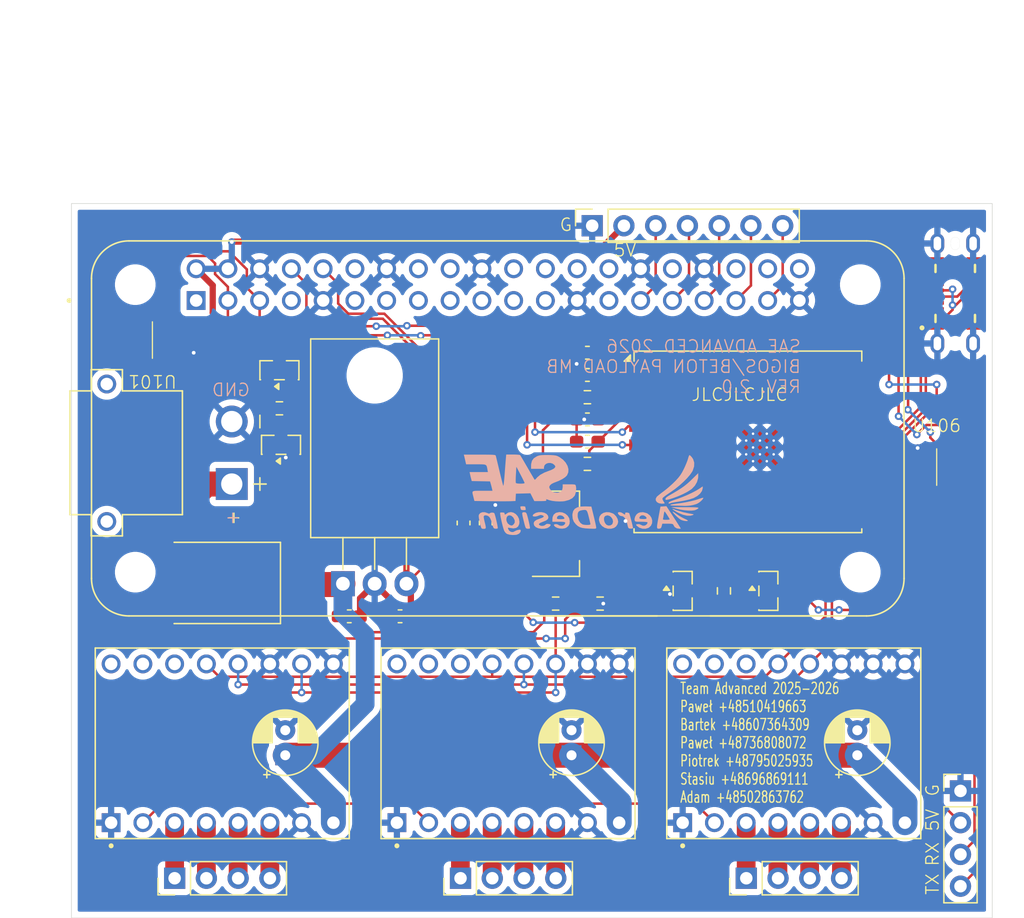
<source format=kicad_pcb>
(kicad_pcb
	(version 20241229)
	(generator "pcbnew")
	(generator_version "9.0")
	(general
		(thickness 1.6)
		(legacy_teardrops no)
	)
	(paper "A4")
	(layers
		(0 "F.Cu" signal)
		(2 "B.Cu" signal)
		(9 "F.Adhes" user "F.Adhesive")
		(11 "B.Adhes" user "B.Adhesive")
		(13 "F.Paste" user)
		(15 "B.Paste" user)
		(5 "F.SilkS" user "F.Silkscreen")
		(7 "B.SilkS" user "B.Silkscreen")
		(1 "F.Mask" user)
		(3 "B.Mask" user)
		(17 "Dwgs.User" user "User.Drawings")
		(19 "Cmts.User" user "User.Comments")
		(21 "Eco1.User" user "User.Eco1")
		(23 "Eco2.User" user "User.Eco2")
		(25 "Edge.Cuts" user)
		(27 "Margin" user)
		(31 "F.CrtYd" user "F.Courtyard")
		(29 "B.CrtYd" user "B.Courtyard")
		(35 "F.Fab" user)
		(33 "B.Fab" user)
		(39 "User.1" user)
		(41 "User.2" user)
		(43 "User.3" user)
		(45 "User.4" user)
		(47 "User.5" user)
		(49 "User.6" user)
		(51 "User.7" user)
		(53 "User.8" user)
		(55 "User.9" user)
	)
	(setup
		(stackup
			(layer "F.SilkS"
				(type "Top Silk Screen")
			)
			(layer "F.Paste"
				(type "Top Solder Paste")
			)
			(layer "F.Mask"
				(type "Top Solder Mask")
				(thickness 0.01)
			)
			(layer "F.Cu"
				(type "copper")
				(thickness 0.035)
			)
			(layer "dielectric 1"
				(type "core")
				(thickness 1.51)
				(material "FR4")
				(epsilon_r 4.5)
				(loss_tangent 0.02)
			)
			(layer "B.Cu"
				(type "copper")
				(thickness 0.035)
			)
			(layer "B.Mask"
				(type "Bottom Solder Mask")
				(thickness 0.01)
			)
			(layer "B.Paste"
				(type "Bottom Solder Paste")
			)
			(layer "B.SilkS"
				(type "Bottom Silk Screen")
			)
			(copper_finish "None")
			(dielectric_constraints no)
		)
		(pad_to_mask_clearance 0)
		(allow_soldermask_bridges_in_footprints no)
		(tenting front back)
		(pcbplotparams
			(layerselection 0x00000000_00000000_55555555_5755f5ff)
			(plot_on_all_layers_selection 0x00000000_00000000_00000000_00000000)
			(disableapertmacros no)
			(usegerberextensions no)
			(usegerberattributes yes)
			(usegerberadvancedattributes yes)
			(creategerberjobfile yes)
			(dashed_line_dash_ratio 12.000000)
			(dashed_line_gap_ratio 3.000000)
			(svgprecision 4)
			(plotframeref no)
			(mode 1)
			(useauxorigin no)
			(hpglpennumber 1)
			(hpglpenspeed 20)
			(hpglpendiameter 15.000000)
			(pdf_front_fp_property_popups yes)
			(pdf_back_fp_property_popups yes)
			(pdf_metadata yes)
			(pdf_single_document no)
			(dxfpolygonmode yes)
			(dxfimperialunits yes)
			(dxfusepcbnewfont yes)
			(psnegative no)
			(psa4output no)
			(plot_black_and_white yes)
			(sketchpadsonfab no)
			(plotpadnumbers no)
			(hidednponfab no)
			(sketchdnponfab yes)
			(crossoutdnponfab yes)
			(subtractmaskfromsilk no)
			(outputformat 1)
			(mirror no)
			(drillshape 1)
			(scaleselection 1)
			(outputdirectory "")
		)
	)
	(net 0 "")
	(net 1 "GND")
	(net 2 "+3.3V")
	(net 3 "VBAT")
	(net 4 "+5V")
	(net 5 "/ESP_RX")
	(net 6 "/ESP_TX")
	(net 7 "/DRV_UART")
	(net 8 "/CS1")
	(net 9 "/CS4")
	(net 10 "/CS5")
	(net 11 "/CS2")
	(net 12 "/CS3")
	(net 13 "/I2C_SDA")
	(net 14 "/I2C_SCL")
	(net 15 "/DRV_STDBY")
	(net 16 "/RC_RX")
	(net 17 "/RC_TX")
	(net 18 "/USB_DP")
	(net 19 "/USB_DN")
	(net 20 "/switched_pwr1/PWR")
	(net 21 "Net-(Q501-D)")
	(net 22 "/switched_pwr/PWR")
	(net 23 "Net-(U105-EN)")
	(net 24 "Net-(D101-A)")
	(net 25 "unconnected-(J104-CC2-PadB5)")
	(net 26 "unconnected-(J104-SBU1-PadA8)")
	(net 27 "unconnected-(J104-CC1-PadA5)")
	(net 28 "unconnected-(J104-VBUS_A-PadA4)")
	(net 29 "unconnected-(J104-VBUS_B-PadB4)")
	(net 30 "unconnected-(J104-VBUS_B-PadB4)_1")
	(net 31 "unconnected-(J104-VBUS_A-PadA4)_1")
	(net 32 "unconnected-(J104-SBU2-PadB8)")
	(net 33 "Net-(J201-Pin_1)")
	(net 34 "Net-(J201-Pin_2)")
	(net 35 "Net-(J201-Pin_3)")
	(net 36 "Net-(J201-Pin_4)")
	(net 37 "Net-(J401-Pin_1)")
	(net 38 "Net-(J401-Pin_4)")
	(net 39 "Net-(J401-Pin_3)")
	(net 40 "Net-(J401-Pin_2)")
	(net 41 "Net-(J601-Pin_1)")
	(net 42 "Net-(J601-Pin_3)")
	(net 43 "Net-(J601-Pin_4)")
	(net 44 "Net-(J601-Pin_2)")
	(net 45 "Net-(Q301-D)")
	(net 46 "Net-(U105-IO8)")
	(net 47 "unconnected-(U103-GPIO4{slash}GPIO_GCLK-Pad7)")
	(net 48 "unconnected-(U103-GPIO11{slash}SPI_SCLK-Pad23)")
	(net 49 "unconnected-(U103-GPIO7{slash}SPI_~{CE1}-Pad26)")
	(net 50 "unconnected-(U103-3V3_17-Pad17)")
	(net 51 "unconnected-(U103-GPIO10{slash}SPI_MOSI-Pad19)")
	(net 52 "unconnected-(U103-GPIO20-Pad38)")
	(net 53 "unconnected-(U103-GPIO24{slash}GPIO_GEN5-Pad18)")
	(net 54 "unconnected-(U103-GPIO12-Pad32)")
	(net 55 "unconnected-(U103-ID_SC-Pad28)")
	(net 56 "unconnected-(U103-GPIO27{slash}GPIO_GEN2-Pad13)")
	(net 57 "unconnected-(U103-3V3_1-Pad1)")
	(net 58 "unconnected-(U103-GPIO17{slash}GPIO_GEN0-Pad11)")
	(net 59 "unconnected-(U103-ID_SD-Pad27)")
	(net 60 "unconnected-(U103-GPIO18{slash}GPIO_GEN1-Pad12)")
	(net 61 "unconnected-(U103-GPIO23{slash}GPIO_GEN4-Pad16)")
	(net 62 "unconnected-(U103-GPIO25{slash}GPIO_GEN6-Pad22)")
	(net 63 "unconnected-(U103-GPIO9{slash}SPI_MISO-Pad21)")
	(net 64 "unconnected-(U103-GPIO22{slash}GPIO_GEN3-Pad15)")
	(net 65 "unconnected-(U103-GPIO8{slash}SPI_~{CE0}-Pad24)")
	(net 66 "unconnected-(U103-GPIO21-Pad40)")
	(net 67 "unconnected-(U103-GPIO16-Pad36)")
	(net 68 "unconnected-(U105-IO9-Pad8)")
	(net 69 "unconnected-(U105-IO1-Pad17)")
	(net 70 "unconnected-(U105-IO0-Pad18)")
	(net 71 "unconnected-(U201-STEP-Pad10)")
	(net 72 "unconnected-(U201-DIR-Pad9)")
	(net 73 "unconnected-(U201-CLK-Pad11)")
	(net 74 "unconnected-(U401-DIR-Pad9)")
	(net 75 "unconnected-(U401-CLK-Pad11)")
	(net 76 "unconnected-(U401-STEP-Pad10)")
	(net 77 "unconnected-(U601-DIR-Pad9)")
	(net 78 "unconnected-(U601-STEP-Pad10)")
	(net 79 "unconnected-(U601-CLK-Pad11)")
	(net 80 "/VOLT_DIV")
	(net 81 "/SWITCH_RPI")
	(net 82 "/SWITCH_RADIO")
	(footprint "Capacitor_THT:CP_Radial_D5.0mm_P2.00mm" (layer "F.Cu") (at 111.76 60.645113 90))
	(footprint "Package_TO_SOT_SMD:SOT-23" (layer "F.Cu") (at 97.79 47.498))
	(footprint "Connector_PinHeader_2.54mm:PinHeader_1x04_P2.54mm_Vertical" (layer "F.Cu") (at 80.02 70.485 90))
	(footprint "USB4145-03-0070-C_REVA2:GCT_USB4145-03-0070-C_REVA2" (layer "F.Cu") (at 119.595 23.705 90))
	(footprint "custom_fc:Compass_conn_board" (layer "F.Cu") (at 118.11 37.592))
	(footprint "Capacitor_SMD:C_0603_1608Metric_Pad1.08x0.95mm_HandSolder" (layer "F.Cu") (at 82.042 42.0635 90))
	(footprint "Resistor_SMD:R_0603_1608Metric_Pad0.98x0.95mm_HandSolder" (layer "F.Cu") (at 91.186 48.514 180))
	(footprint "Package_TO_SOT_SMD:SOT-23" (layer "F.Cu") (at 65.659 35.814 90))
	(footprint "Capacitor_THT:CP_Radial_D5.0mm_P2.00mm" (layer "F.Cu") (at 66 60.645113 90))
	(footprint "Resistor_SMD:R_0603_1608Metric_Pad0.98x0.95mm_HandSolder" (layer "F.Cu") (at 101.092 47.498 90))
	(footprint "TMC2209_SILENTSTEPSTICK:MODULE_TMC2209_SILENTSTEPSTICK" (layer "F.Cu") (at 106.68 59.69 90))
	(footprint "Connector_PinHeader_2.54mm:PinHeader_1x04_P2.54mm_Vertical" (layer "F.Cu") (at 57.15 70.485 90))
	(footprint "Capacitor_SMD:C_0603_1608Metric_Pad1.08x0.95mm_HandSolder" (layer "F.Cu") (at 80.264 42.0635 90))
	(footprint "Resistor_SMD:R_0603_1608Metric_Pad0.98x0.95mm_HandSolder" (layer "F.Cu") (at 90.17 32.004 180))
	(footprint "Capacitor_SMD:C_0603_1608Metric_Pad1.08x0.95mm_HandSolder" (layer "F.Cu") (at 90.17 33.782))
	(footprint "TMC2209_SILENTSTEPSTICK:MODULE_TMC2209_SILENTSTEPSTICK" (layer "F.Cu") (at 83.82 59.69 90))
	(footprint "Capacitor_SMD:C_0603_1608Metric_Pad1.08x0.95mm_HandSolder" (layer "F.Cu") (at 71.12 49.53))
	(footprint "XT30PW-M:AMASS_XT30PW-M" (layer "F.Cu") (at 51.72075 36.449 90))
	(footprint "Capacitor_THT:CP_Radial_D5.0mm_P2.00mm" (layer "F.Cu") (at 88.9 60.645113 90))
	(footprint "RF_Module:ESP32-C3-WROOM-02U" (layer "F.Cu") (at 103.01 35.825))
	(footprint "Package_TO_SOT_SMD:SOT-23"
		(layer "F.Cu")
		(uuid "7f3d0ef4-e341-4397-b462-a646daccee2d")
		(at 104.648 47.498)
		(descr "SOT, 3 Pin (JEDEC TO-236 Var AB https://www.jedec.org/document_search?search_api_views_fulltext=TO-236), generated with kicad-footprint-generator ipc_gullwing_generator.py")
		(tags "SOT TO_SOT_SMD")
		(property "Reference" "Q302"
			(at 0 -2.4 0)
			(layer "F.SilkS")
			(hide yes)
			(uuid "1a63625c-90cb-482a-bc38-c6117f0801d8")
			(effects
				(font
					(size 1 1)
					(thickness 0.15)
				)
			)
		)
		(property "Value" "Q_PMOS_GSD"
			(at 0 2.4 0)
			(layer "F.Fab")
			(uuid "1ef75415-b0b4-4c9b-96ab-7146aded4d2d")
			(effects
				(font
					(size 1 1)
					(thickness 0.15)
				)
			)
		)
		(property "Datasheet" "~"
			(at 0 0 0)
			(layer "F.Fab")
			(hide yes)
			(uuid "bbd567a3-2199-4f9d-a3cf-e98bf4d4022e")
			(effects
				(font
					(size 1.27 1.27)
					(thickness 0.15)
				)
			)
		)
		(property "Description" "P-MOSFET transistor, gate/source/drain"
			(at 0 0 0)
			(layer "F.Fab")
			(hide yes)
			(uuid "81afe3ce-973a-4d93-a06c-c91ea9d723c6")
			(effects
				(font
					(size 1.27 1.27)
					(thickness 0.15)
				)
			)
		)
		(path "/d0e42bd2-0f08-4684-a632-a8cb20a631e3/568068c1-0db2-4614-a456-5a6de96cb7a4")
		(sheetname "/switched_pwr1/")
		(sheetfile "switched_pwr.kicad_sch")
		(attr smd)
		(fp_line
			(start -0.76 -1.56)
			(end 0.76 -1.56)
			(stroke
				(width 0.12)
				(type solid)
			)
			(layer "F.SilkS")
			(uuid "0117ce50-1d05-4237-8ea1-c7acfbb95a13")
		)
		(fp_line
			(start -0.76 -1.51)
			(end -0.76 -1.56)
			(stroke
				(width 0.12)
				(type solid)
			)
			(layer "F.SilkS")
			(uuid "a1d351ec-fef5-4fb5-a4cc-36813cc43b01")
		)
		(fp_line
			(start -0.76 0.39)
			(end -0.76 -0.39)
			(stroke
				(width 0.12)
				(type solid)
			)
			(layer "F.SilkS")
			(uuid "2a5638da-2f78-45e2-8c30-1a5b6df28d44")
		)
		(fp_line
			(start -0.76 1.56)
			(end -0.76 1.51)
			(stroke
				(width 0.12)
				(type solid)
			)
			(layer "F.SilkS")
			(uuid "c4410923-4ccc-45b6-89b2-0c1c7ce3574e")
		)
		(fp_line
			(start 0.76 -1.56)
			(end 0.76 -0.56)
			(stroke
				(width 0.12)
				(type solid)
			)
			(layer "F.SilkS")
			(uuid "3645aefc-bdf8-4f6f-903f-ebd71d5d9b60")
		)
		(fp_line
			(start 0.76 0.56)
			(end 0.76 1.56)
			(stroke
				(width 0.12)
				(type solid)
			)
			(layer "F.SilkS")
			(uuid "198190b9-acd8-4e44-a021-6e1a944a2b30")
		)
		(fp_line
			(start 0.76 1.56)
			(end -0.76 1.56)
			(stroke
				(width 0.12)
				(type solid)
			)
			(layer "F.SilkS")
			(uuid "e2e1a393-f455-4fa5-ae22-2e13b45c21cd")
		)
		(fp_poly
			(pts
				(xy -1.3 -0.38) (xy -1.06 -0.05) (xy -1.54 -0.05)
			)
			(stroke
				(width 0.12)
				(type solid)
			)
			(fill yes)
			(layer "F.SilkS")
			(uuid "bdc5425f-ca16-40d9-b210-7149e0b738b9")
		)
		(fp_line
			(start -1.93 -1.5)
			(end -0.9 -1.5)
			(stroke
				(width 0.05)
				(type solid)
			)
			(layer "F.CrtYd")
			(uuid "fce8472a-dcec-4179-908c-ee8cbf1068c4")
		)
		(fp_line
			(start -1.93 1.5)
			(end -1.93 -1.5)
			(stroke
				(width 0.05)
				(type solid)
			)
			(layer "F.CrtYd")
			(uuid "ab295764-50e0-4ce3-9f95-b2004072f1ba")
		)
		(fp_line
			(start -0.9 -1.7)
			(end 0.9 -1.7)
			(stroke
				(width 0.05)
				(type solid)
			)
			(layer "F.CrtYd")
			(uuid "04e84e67-2c5d-4e9b-b769-f6b19b1e5730")
		)
		(fp_line
			(start -0.9 -1.5)
			(end -0.9 -1.7)
			(stroke
				(width 0.05)
				(type solid)
			)
			(layer "F.CrtYd")
			(uuid "c19d1a0a-a1c3-48b0-922b-1a38199c9338")
		)
		(fp_line
			(start -0.9 1.5)
			(end -1.93 1.5)
			(
... [433096 chars truncated]
</source>
